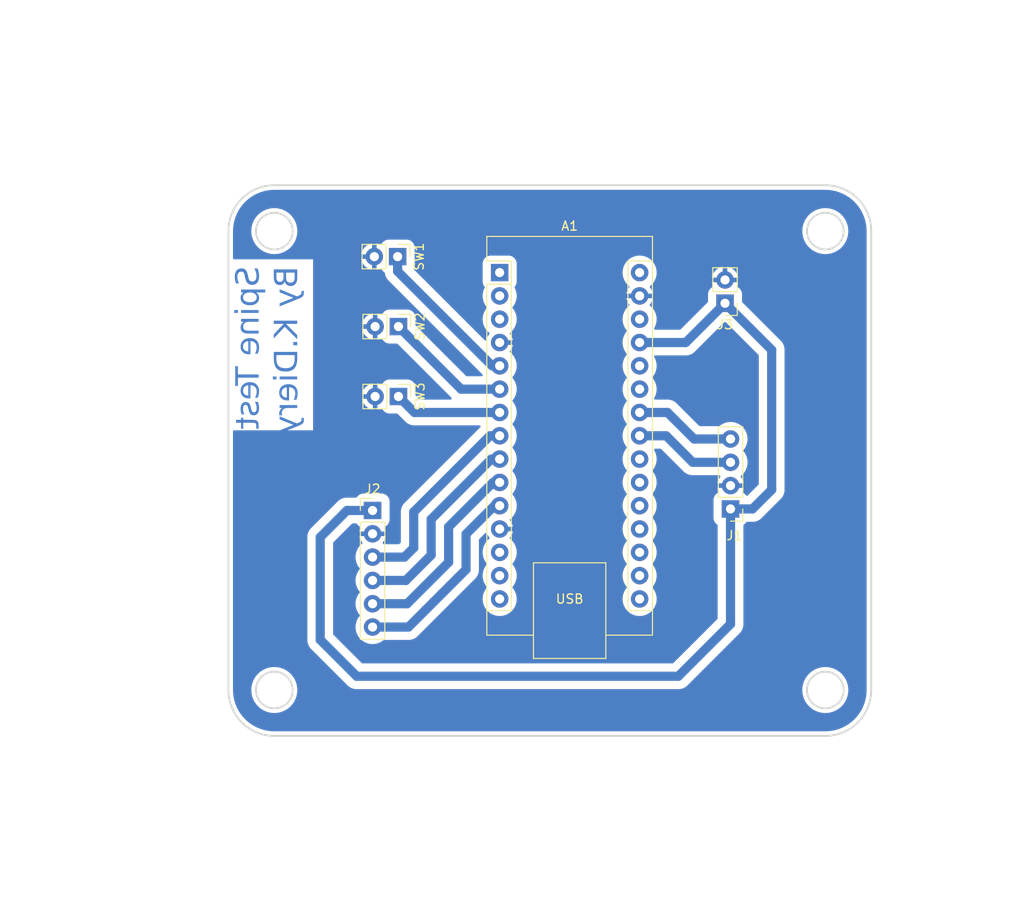
<source format=kicad_pcb>
(kicad_pcb (version 20240108) (generator "pcbnew") (generator_version "8.0")
  (layers (0 "F.Cu" signal) (31 "B.Cu" signal) (34 "B.Paste" user) (35 "F.Paste" user) (36 "B.SilkS" user "B.Silkscreen") (37 "F.SilkS" user "F.Silkscreen") (38 "B.Mask" user) (39 "F.Mask" user) (44 "Edge.Cuts" user))
  (net 0 "")
  (net 1 "/SCL")
  (net 2 "/SDA")
  (net 3 "+5V")
  (net 7 "/1CLK")
  (net 10 "/SW1")
  (net 11 "/2DAT")
  (net 14 "+3.3V")
  (net 15 "/1DAT")
  (net 16 "/2CLK")
  (net 24 "GND")
  (net 26 "/SW3")
  (net 27 "/SW2")
  (footprint "Connector_PinHeader_2.54mm:PinHeader_1x02_P2.54mm_Vertical" (layer "F.Cu") (at 116.84 86.36 -90)
    (property "Reference" "SW3" (at 0 -2.33 90) (layer "F.SilkS"))
    (property "Value" "Conn_01x02")
    (fp_line (start -1.33 3.87) (end 1.33 3.87) (stroke (width 0.12)) (layer "F.SilkS"))
    (fp_line (start -1.33 1.27) (end -1.33 3.87) (stroke (width 0.12)) (layer "F.SilkS"))
    (fp_line (start -1.33 1.27) (end 1.33 1.27) (stroke (width 0.12)) (layer "F.SilkS"))
    (fp_line (start 1.33 1.27) (end 1.33 3.87) (stroke (width 0.12)) (layer "F.SilkS"))
    (fp_line (start -1.33 0) (end -1.33 -1.33) (stroke (width 0.12)) (layer "F.SilkS"))
    (fp_line (start -1.33 -1.33) (end 0 -1.33) (stroke (width 0.12)) (layer "F.SilkS"))
    (pad "1" thru_hole rect (at 0 0 270) (size 1.9 1.9) (drill 1) (layers "*.Cu" "*.Mask") (net 26 "/SW3"))
    (pad "2" thru_hole oval (at 0 2.54 270) (size 1.9 1.9) (drill 1) (layers "*.Cu" "*.Mask") (net 24 "GND"))
  )
  (footprint "Module:Arduino_Nano" (layer "F.Cu") (at 127.86 72.86)
    (property "Reference" "A1" (at 7.62 -5.08 0) (layer "F.SilkS"))
    (property "Value" "Arduino_Nano_v3.x")
    (fp_line (start -1.4 -3.94) (end -1.4 -1.27) (stroke (width 0.12)) (layer "F.SilkS"))
    (fp_line (start -1.4 1.27) (end -1.4 39.5) (stroke (width 0.12)) (layer "F.SilkS"))
    (fp_line (start -1.4 39.5) (end 3.68 39.5) (stroke (width 0.12)) (layer "F.SilkS"))
    (fp_line (start 1.27 -1.27) (end -1.4 -1.27) (stroke (width 0.12)) (layer "F.SilkS"))
    (fp_line (start 1.27 1.27) (end -1.4 1.27) (stroke (width 0.12)) (layer "F.SilkS"))
    (fp_line (start 1.27 1.27) (end 1.27 -1.27) (stroke (width 0.12)) (layer "F.SilkS"))
    (fp_line (start 1.27 1.27) (end 1.27 36.83) (stroke (width 0.12)) (layer "F.SilkS"))
    (fp_line (start 1.27 36.83) (end -1.4 36.83) (stroke (width 0.12)) (layer "F.SilkS"))
    (fp_line (start 3.68 31.62) (end 11.56 31.62) (stroke (width 0.12)) (layer "F.SilkS"))
    (fp_line (start 3.68 42.04) (end 3.68 31.62) (stroke (width 0.12)) (layer "F.SilkS"))
    (fp_line (start 11.56 31.62) (end 11.56 42.04) (stroke (width 0.12)) (layer "F.SilkS"))
    (fp_line (start 11.56 42.04) (end 3.68 42.04) (stroke (width 0.12)) (layer "F.SilkS"))
    (fp_line (start 13.97 -1.27) (end 13.97 36.83) (stroke (width 0.12)) (layer "F.SilkS"))
    (fp_line (start 13.97 -1.27) (end 16.64 -1.27) (stroke (width 0.12)) (layer "F.SilkS"))
    (fp_line (start 13.97 36.83) (end 16.64 36.83) (stroke (width 0.12)) (layer "F.SilkS"))
    (fp_line (start 16.64 -3.94) (end -1.4 -3.94) (stroke (width 0.12)) (layer "F.SilkS"))
    (fp_line (start 16.64 39.5) (end 11.56 39.5) (stroke (width 0.12)) (layer "F.SilkS"))
    (fp_line (start 16.64 39.5) (end 16.64 -3.94) (stroke (width 0.12)) (layer "F.SilkS"))
    (fp_text user "USB" (at 7.62 35.56 0) (layer "F.SilkS"))
    (pad "1" thru_hole rect (at 0 0) (size 1.9 1.9) (drill 1) (layers "*.Cu" "*.Mask"))
    (pad "2" thru_hole oval (at 0 2.54) (size 1.9 1.9) (drill 1) (layers "*.Cu" "*.Mask"))
    (pad "3" thru_hole oval (at 0 5.08) (size 1.9 1.9) (drill 1) (layers "*.Cu" "*.Mask"))
    (pad "4" thru_hole oval (at 0 7.62) (size 1.9 1.9) (drill 1) (layers "*.Cu" "*.Mask") (net 24 "GND"))
    (pad "5" thru_hole oval (at 0 10.16) (size 1.9 1.9) (drill 1) (layers "*.Cu" "*.Mask") (net 10 "/SW1"))
    (pad "6" thru_hole oval (at 0 12.7) (size 1.9 1.9) (drill 1) (layers "*.Cu" "*.Mask") (net 27 "/SW2"))
    (pad "7" thru_hole oval (at 0 15.24) (size 1.9 1.9) (drill 1) (layers "*.Cu" "*.Mask") (net 26 "/SW3"))
    (pad "8" thru_hole oval (at 0 17.78) (size 1.9 1.9) (drill 1) (layers "*.Cu" "*.Mask") (net 7 "/1CLK"))
    (pad "9" thru_hole oval (at 0 20.32) (size 1.9 1.9) (drill 1) (layers "*.Cu" "*.Mask") (net 15 "/1DAT"))
    (pad "10" thru_hole oval (at 0 22.86) (size 1.9 1.9) (drill 1) (layers "*.Cu" "*.Mask") (net 16 "/2CLK"))
    (pad "11" thru_hole oval (at 0 25.4) (size 1.9 1.9) (drill 1) (layers "*.Cu" "*.Mask") (net 11 "/2DAT"))
    (pad "12" thru_hole oval (at 0 27.94) (size 1.9 1.9) (drill 1) (layers "*.Cu" "*.Mask") (net 24 "GND"))
    (pad "13" thru_hole oval (at 0 30.48) (size 1.9 1.9) (drill 1) (layers "*.Cu" "*.Mask"))
    (pad "14" thru_hole oval (at 0 33.02) (size 1.9 1.9) (drill 1) (layers "*.Cu" "*.Mask"))
    (pad "15" thru_hole oval (at 0 35.56) (size 1.9 1.9) (drill 1) (layers "*.Cu" "*.Mask"))
    (pad "16" thru_hole oval (at 15.24 35.56) (size 1.9 1.9) (drill 1) (layers "*.Cu" "*.Mask"))
    (pad "17" thru_hole oval (at 15.24 33.02) (size 1.9 1.9) (drill 1) (layers "*.Cu" "*.Mask") (net 14 "+3.3V"))
    (pad "18" thru_hole oval (at 15.24 30.48) (size 1.9 1.9) (drill 1) (layers "*.Cu" "*.Mask"))
    (pad "19" thru_hole oval (at 15.24 27.94) (size 1.9 1.9) (drill 1) (layers "*.Cu" "*.Mask"))
    (pad "20" thru_hole oval (at 15.24 25.4) (size 1.9 1.9) (drill 1) (layers "*.Cu" "*.Mask"))
    (pad "21" thru_hole oval (at 15.24 22.86) (size 1.9 1.9) (drill 1) (layers "*.Cu" "*.Mask"))
    (pad "22" thru_hole oval (at 15.24 20.32) (size 1.9 1.9) (drill 1) (layers "*.Cu" "*.Mask"))
    (pad "23" thru_hole oval (at 15.24 17.78) (size 1.9 1.9) (drill 1) (layers "*.Cu" "*.Mask") (net 2 "/SDA"))
    (pad "24" thru_hole oval (at 15.24 15.24) (size 1.9 1.9) (drill 1) (layers "*.Cu" "*.Mask") (net 1 "/SCL"))
    (pad "25" thru_hole oval (at 15.24 12.7) (size 1.9 1.9) (drill 1) (layers "*.Cu" "*.Mask"))
    (pad "26" thru_hole oval (at 15.24 10.16) (size 1.9 1.9) (drill 1) (layers "*.Cu" "*.Mask"))
    (pad "27" thru_hole oval (at 15.24 7.62) (size 1.9 1.9) (drill 1) (layers "*.Cu" "*.Mask") (net 3 "+5V"))
    (pad "28" thru_hole oval (at 15.24 5.08) (size 1.9 1.9) (drill 1) (layers "*.Cu" "*.Mask"))
    (pad "29" thru_hole oval (at 15.24 2.54) (size 1.9 1.9) (drill 1) (layers "*.Cu" "*.Mask") (net 24 "GND"))
    (pad "30" thru_hole oval (at 15.24 0) (size 1.9 1.9) (drill 1) (layers "*.Cu" "*.Mask"))
  )
  (footprint "Connector_PinHeader_2.54mm:PinHeader_1x06_P2.54mm_Vertical" (layer "F.Cu") (at 114.02 98.78)
    (property "Reference" "J2" (at 0 -2.33 0) (layer "F.SilkS"))
    (property "Value" "Conn_01x06")
    (fp_line (start -1.33 -1.33) (end 0 -1.33) (stroke (width 0.12)) (layer "F.SilkS"))
    (fp_line (start -1.33 0) (end -1.33 -1.33) (stroke (width 0.12)) (layer "F.SilkS"))
    (fp_line (start -1.33 1.27) (end -1.33 14.03) (stroke (width 0.12)) (layer "F.SilkS"))
    (fp_line (start -1.33 1.27) (end 1.33 1.27) (stroke (width 0.12)) (layer "F.SilkS"))
    (fp_line (start -1.33 14.03) (end 1.33 14.03) (stroke (width 0.12)) (layer "F.SilkS"))
    (fp_line (start 1.33 1.27) (end 1.33 14.03) (stroke (width 0.12)) (layer "F.SilkS"))
    (pad "1" thru_hole rect (at 0 0) (size 1.9 1.9) (drill 1) (layers "*.Cu" "*.Mask") (net 3 "+5V"))
    (pad "2" thru_hole oval (at 0 2.54) (size 1.9 1.9) (drill 1) (layers "*.Cu" "*.Mask") (net 24 "GND"))
    (pad "3" thru_hole oval (at 0 5.08) (size 1.9 1.9) (drill 1) (layers "*.Cu" "*.Mask") (net 7 "/1CLK"))
    (pad "4" thru_hole oval (at 0 7.62) (size 1.9 1.9) (drill 1) (layers "*.Cu" "*.Mask") (net 15 "/1DAT"))
    (pad "5" thru_hole oval (at 0 10.16) (size 1.9 1.9) (drill 1) (layers "*.Cu" "*.Mask") (net 16 "/2CLK"))
    (pad "6" thru_hole oval (at 0 12.7) (size 1.9 1.9) (drill 1) (layers "*.Cu" "*.Mask") (net 11 "/2DAT"))
  )
  (footprint "Connector_PinHeader_2.54mm:PinHeader_1x02_P2.54mm_Vertical" (layer "F.Cu") (at 152.4 76.2 180)
    (property "Reference" "J3" (at 0 -2.33 180) (layer "F.SilkS"))
    (property "Value" "Conn_01x02")
    (fp_line (start 1.33 1.27) (end 1.33 3.87) (stroke (width 0.12)) (layer "F.SilkS"))
    (fp_line (start -1.33 3.87) (end 1.33 3.87) (stroke (width 0.12)) (layer "F.SilkS"))
    (fp_line (start -1.33 1.27) (end 1.33 1.27) (stroke (width 0.12)) (layer "F.SilkS"))
    (fp_line (start -1.33 1.27) (end -1.33 3.87) (stroke (width 0.12)) (layer "F.SilkS"))
    (fp_line (start -1.33 0) (end -1.33 -1.33) (stroke (width 0.12)) (layer "F.SilkS"))
    (fp_line (start -1.33 -1.33) (end 0 -1.33) (stroke (width 0.12)) (layer "F.SilkS"))
    (pad "1" thru_hole rect (at 0 0 180) (size 1.9 1.9) (drill 1) (layers "*.Cu" "*.Mask") (net 3 "+5V"))
    (pad "2" thru_hole oval (at 0 2.54 180) (size 1.9 1.9) (drill 1) (layers "*.Cu" "*.Mask") (net 24 "GND"))
  )
  (footprint "Connector_PinHeader_2.54mm:PinHeader_1x02_P2.54mm_Vertical" (layer "F.Cu") (at 116.75 71.12 -90)
    (property "Reference" "SW1" (at 0 -2.33 90) (layer "F.SilkS"))
    (property "Value" "Conn_01x02")
    (fp_line (start -1.33 3.87) (end 1.33 3.87) (stroke (width 0.12)) (layer "F.SilkS"))
    (fp_line (start -1.33 1.27) (end -1.33 3.87) (stroke (width 0.12)) (layer "F.SilkS"))
    (fp_line (start -1.33 1.27) (end 1.33 1.27) (stroke (width 0.12)) (layer "F.SilkS"))
    (fp_line (start 1.33 1.27) (end 1.33 3.87) (stroke (width 0.12)) (layer "F.SilkS"))
    (fp_line (start -1.33 0) (end -1.33 -1.33) (stroke (width 0.12)) (layer "F.SilkS"))
    (fp_line (start -1.33 -1.33) (end 0 -1.33) (stroke (width 0.12)) (layer "F.SilkS"))
    (pad "1" thru_hole rect (at 0 0 270) (size 1.9 1.9) (drill 1) (layers "*.Cu" "*.Mask") (net 10 "/SW1"))
    (pad "2" thru_hole oval (at 0 2.54 270) (size 1.9 1.9) (drill 1) (layers "*.Cu" "*.Mask") (net 24 "GND"))
  )
  (footprint "Connector_PinHeader_2.54mm:PinHeader_1x02_P2.54mm_Vertical" (layer "F.Cu") (at 116.84 78.74 -90)
    (property "Reference" "SW2" (at 0 -2.33 90) (layer "F.SilkS"))
    (property "Value" "Conn_01x02")
    (fp_line (start -1.33 3.87) (end 1.33 3.87) (stroke (width 0.12)) (layer "F.SilkS"))
    (fp_line (start -1.33 1.27) (end -1.33 3.87) (stroke (width 0.12)) (layer "F.SilkS"))
    (fp_line (start -1.33 1.27) (end 1.33 1.27) (stroke (width 0.12)) (layer "F.SilkS"))
    (fp_line (start 1.33 1.27) (end 1.33 3.87) (stroke (width 0.12)) (layer "F.SilkS"))
    (fp_line (start -1.33 0) (end -1.33 -1.33) (stroke (width 0.12)) (layer "F.SilkS"))
    (fp_line (start -1.33 -1.33) (end 0 -1.33) (stroke (width 0.12)) (layer "F.SilkS"))
    (pad "1" thru_hole rect (at 0 0 270) (size 1.9 1.9) (drill 1) (layers "*.Cu" "*.Mask") (net 27 "/SW2"))
    (pad "2" thru_hole oval (at 0 2.54 270) (size 1.9 1.9) (drill 1) (layers "*.Cu" "*.Mask") (net 24 "GND"))
  )
  (footprint "Connector_PinHeader_2.54mm:PinHeader_1x04_P2.54mm_Vertical" (layer "F.Cu") (at 153 98.61 180)
    (property "Reference" "J1" (at -0.42 -2.9 180) (layer "F.SilkS"))
    (property "Value" "Conn_01x04")
    (fp_line (start 1.33 1.27) (end 1.33 8.95) (stroke (width 0.12)) (layer "F.SilkS"))
    (fp_line (start -1.33 8.95) (end 1.33 8.95) (stroke (width 0.12)) (layer "F.SilkS"))
    (fp_line (start -1.33 1.27) (end 1.33 1.27) (stroke (width 0.12)) (layer "F.SilkS"))
    (fp_line (start -1.33 1.27) (end -1.33 8.95) (stroke (width 0.12)) (layer "F.SilkS"))
    (fp_line (start -1.33 0) (end -1.33 -1.33) (stroke (width 0.12)) (layer "F.SilkS"))
    (fp_line (start -1.33 -1.33) (end 0 -1.33) (stroke (width 0.12)) (layer "F.SilkS"))
    (pad "1" thru_hole rect (at 0 0 180) (size 1.9 1.9) (drill 1) (layers "*.Cu" "*.Mask") (net 3 "+5V"))
    (pad "2" thru_hole oval (at 0 2.54 180) (size 1.9 1.9) (drill 1) (layers "*.Cu" "*.Mask") (net 24 "GND"))
    (pad "3" thru_hole oval (at 0 5.08 180) (size 1.9 1.9) (drill 1) (layers "*.Cu" "*.Mask") (net 2 "/SDA"))
    (pad "4" thru_hole oval (at 0 7.62 180) (size 1.9 1.9) (drill 1) (layers "*.Cu" "*.Mask") (net 1 "/SCL"))
  )
  (gr_line (start 168.32 118.34) (end 168.32 68.34) (stroke (width 0.2)) (layer "Edge.Cuts"))
  (gr_line (start 163.32 63.34) (end 103.32 63.34) (stroke (width 0.2)) (layer "Edge.Cuts"))
  (gr_circle (center 103.32 68.34) (end 105.32 68.34) (stroke (width 0.2)) (fill none) (layer "Edge.Cuts"))
  (gr_arc (start 168.32 118.34) (mid 166.855534 121.875534) (end 163.32 123.34) (stroke (width 0.2)) (layer "Edge.Cuts"))
  (gr_line (start 98.32 68.34) (end 98.32 118.34) (stroke (width 0.2)) (layer "Edge.Cuts"))
  (gr_line (start 103.32 123.34) (end 163.32 123.34) (stroke (width 0.2)) (layer "Edge.Cuts"))
  (gr_arc (start 103.32 123.34) (mid 99.784466 121.875534) (end 98.32 118.34) (stroke (width 0.2)) (layer "Edge.Cuts"))
  (gr_circle (center 163.32 68.34) (end 165.32 68.34) (stroke (width 0.2)) (fill none) (layer "Edge.Cuts"))
  (gr_arc (start 98.32 68.34) (mid 99.784466 64.804466) (end 103.32 63.34) (stroke (width 0.2)) (layer "Edge.Cuts"))
  (gr_circle (center 103.32 118.34) (end 105.32 118.34) (stroke (width 0.2)) (fill none) (layer "Edge.Cuts"))
  (gr_arc (start 163.32 63.34) (mid 166.855534 64.804466) (end 168.32 68.34) (stroke (width 0.2)) (layer "Edge.Cuts"))
  (gr_circle (center 163.32 118.34) (end 165.32 118.34) (stroke (width 0.2)) (fill none) (layer "Edge.Cuts"))
  (gr_text "Spine Tester\nBy K.Dieryck" (at 106.24 72.17 90) (layer "B.Cu") (effects (font (size 2.5 2.5)) (justify left bottom mirror)))
  (segment (start 146.137006 88.1) (end 143.1 88.1) (width 1) (layer "B.Cu") (net 1))
  (segment (start 149.027006 90.99) (end 146.137006 88.1) (width 1) (layer "B.Cu") (net 1))
  (segment (start 153 90.99) (end 149.027006 90.99) (width 1) (layer "B.Cu") (net 1))
  (segment (start 153 93.53) (end 148.88 93.53) (width 1) (layer "B.Cu") (net 2))
  (segment (start 145.99 90.64) (end 143.1 90.64) (width 1) (layer "B.Cu") (net 2))
  (segment (start 148.88 93.53) (end 145.99 90.64) (width 1) (layer "B.Cu") (net 2))
  (segment (start 108.32 101.69) (end 111.23 98.78) (width 1) (layer "B.Cu") (net 3))
  (segment (start 153 111.16) (end 147.32 116.84) (width 1) (layer "B.Cu") (net 3))
  (segment (start 153 98.61) (end 155.39 98.61) (width 1) (layer "B.Cu") (net 3))
  (segment (start 112.29 116.84) (end 108.32 112.87) (width 1) (layer "B.Cu") (net 3))
  (segment (start 153 98.61) (end 153 111.16) (width 1) (layer "B.Cu") (net 3))
  (segment (start 147.32 116.84) (end 112.29 116.84) (width 1) (layer "B.Cu") (net 3))
  (segment (start 108.32 112.87) (end 108.32 101.69) (width 1) (layer "B.Cu") (net 3))
  (segment (start 152.4 76.2) (end 148.12 80.48) (width 1) (layer "B.Cu") (net 3))
  (segment (start 111.23 98.78) (end 114.02 98.78) (width 1) (layer "B.Cu") (net 3))
  (segment (start 148.12 80.48) (end 143.1 80.48) (width 1) (layer "B.Cu") (net 3))
  (segment (start 157.48 96.52) (end 157.48 81.28) (width 1) (layer "B.Cu") (net 3))
  (segment (start 155.39 98.61) (end 157.48 96.52) (width 1) (layer "B.Cu") (net 3))
  (segment (start 157.48 81.28) (end 152.4 76.2) (width 1) (layer "B.Cu") (net 3))
  (segment (start 126.802994 90.64) (end 127.86 90.64) (width 1) (layer "B.Cu") (net 7))
  (segment (start 114.02 103.86) (end 117.488982 103.86) (width 1) (layer "B.Cu") (net 7))
  (segment (start 118.5 102.848982) (end 118.5 98.942994) (width 1) (layer "B.Cu") (net 7))
  (segment (start 117.488982 103.86) (end 118.5 102.848982) (width 1) (layer "B.Cu") (net 7))
  (segment (start 118.5 98.942994) (end 126.802994 90.64) (width 1) (layer "B.Cu") (net 7))
  (segment (start 116.75 71.12) (end 116.75 72.732) (width 1) (layer "B.Cu") (net 10))
  (segment (start 127.038 83.02) (end 127.86 83.02) (width 1) (layer "B.Cu") (net 10))
  (segment (start 116.75 72.732) (end 127.038 83.02) (width 1) (layer "B.Cu") (net 10))
  (segment (start 124.2 101.34873) (end 127.28873 98.26) (width 1) (layer "B.Cu") (net 11))
  (segment (start 114.02 111.48) (end 117.93 111.48) (width 1) (layer "B.Cu") (net 11))
  (segment (start 124.2 105.21) (end 124.2 101.34873) (width 1) (layer "B.Cu") (net 11))
  (segment (start 127.28873 98.26) (end 127.86 98.26) (width 1) (layer "B.Cu") (net 11))
  (segment (start 117.93 111.48) (end 124.2 105.21) (width 1) (layer "B.Cu") (net 11))
  (segment (start 120.4 103.635988) (end 120.4 99.73) (width 1) (layer "B.Cu") (net 15))
  (segment (start 120.4 99.73) (end 126.95 93.18) (width 1) (layer "B.Cu") (net 15))
  (segment (start 117.635988 106.4) (end 120.4 103.635988) (width 1) (layer "B.Cu") (net 15))
  (segment (start 126.95 93.18) (end 127.86 93.18) (width 1) (layer "B.Cu") (net 15))
  (segment (start 114.02 106.4) (end 117.635988 106.4) (width 1) (layer "B.Cu") (net 15))
  (segment (start 114.02 108.94) (end 117.782994 108.94) (width 1) (layer "B.Cu") (net 16))
  (segment (start 117.782994 108.94) (end 122.3 104.422994) (width 1) (layer "B.Cu") (net 16))
  (segment (start 127.141724 95.72) (end 127.86 95.72) (width 1) (layer "B.Cu") (net 16))
  (segment (start 122.3 104.422994) (end 122.3 100.561724) (width 1) (layer "B.Cu") (net 16))
  (segment (start 122.3 100.561724) (end 127.141724 95.72) (width 1) (layer "B.Cu") (net 16))
  (segment (start 116.84 86.36) (end 118.58 88.1) (width 1) (layer "B.Cu") (net 26))
  (segment (start 118.58 88.1) (end 127.86 88.1) (width 1) (layer "B.Cu") (net 26))
  (segment (start 123.66 85.56) (end 127.86 85.56) (width 1) (layer "B.Cu") (net 27))
  (segment (start 116.84 78.74) (end 123.66 85.56) (width 1) (layer "B.Cu") (net 27))
  (zone (net 24) (net_name "GND") (layer "B.Cu") (connect_pads (clearance 0.5)) (min_thickness 0.25) (fill yes (thermal_gap 0.5) (thermal_bridge_width 0.5))
    (polygon (pts (xy 73.45 44.38) (xy 184.96 43.16) (xy 183.98 141.24) (xy 75.14 141.55)))
  )
)
</source>
